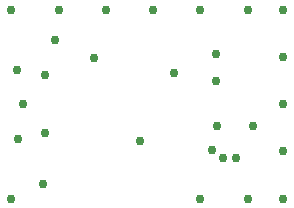
<source format=gbs>
%FSTAX23Y23*%
%MOMM*%
%SFA1B1*%

%IPPOS*%
%ADD46C,0.749999*%
%LNprogramming_dongle_pcb-1*%
%LPD*%
G54D46*
X43699Y38624D03*
X43749Y36324D03*
X46874Y32524D03*
X45449Y29874D03*
X43815Y32519D03*
X43374Y30499D03*
X29199Y36862D03*
X29274Y31937D03*
X26974Y31487D03*
X26899Y37312D03*
X26399Y26399D03*
X33374Y38274D03*
X42399Y26399D03*
X46399D03*
X49399Y30399D03*
Y26399D03*
Y34399D03*
Y38399D03*
X40149Y36999D03*
X37299Y31274D03*
X27399Y34399D03*
X49399Y42399D03*
X26399D03*
X42399D03*
X34399D03*
X30399D03*
X38399D03*
X46399D03*
X29099Y27624D03*
X30124Y39799D03*
X44324Y29874D03*
M02*
</source>
